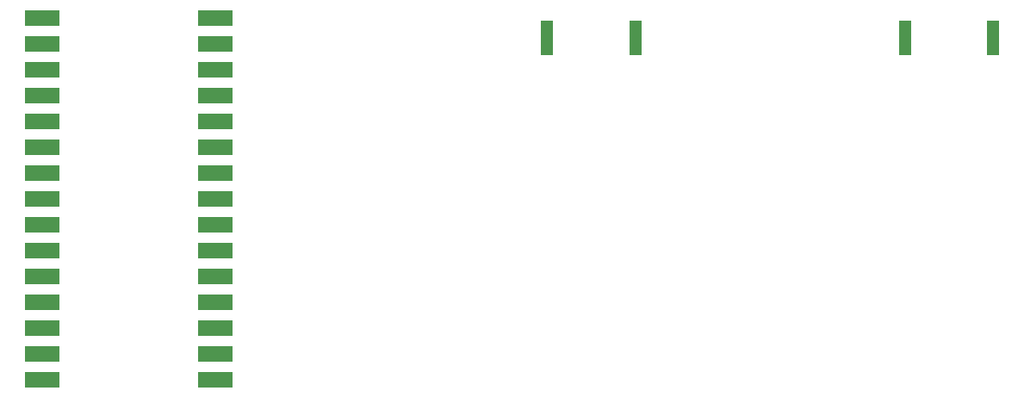
<source format=gbr>
%TF.GenerationSoftware,KiCad,Pcbnew,8.0.6*%
%TF.CreationDate,2025-02-06T10:41:55-08:00*%
%TF.ProjectId,Decorative PCB for Amaia,4465636f-7261-4746-9976-652050434220,V2*%
%TF.SameCoordinates,Original*%
%TF.FileFunction,Paste,Top*%
%TF.FilePolarity,Positive*%
%FSLAX46Y46*%
G04 Gerber Fmt 4.6, Leading zero omitted, Abs format (unit mm)*
G04 Created by KiCad (PCBNEW 8.0.6) date 2025-02-06 10:41:55*
%MOMM*%
%LPD*%
G01*
G04 APERTURE LIST*
%ADD10R,1.300000X3.400000*%
%ADD11R,3.500000X1.600000*%
G04 APERTURE END LIST*
D10*
%TO.C,Y2*%
X155850000Y-64500000D03*
X147150000Y-64500000D03*
%TD*%
D11*
%TO.C,A1*%
X114500000Y-98060000D03*
X114500000Y-95520000D03*
X114500000Y-92980000D03*
X114500000Y-90440000D03*
X114500000Y-87900000D03*
X114500000Y-85360000D03*
X114500000Y-82820000D03*
X114500000Y-80280000D03*
X114500000Y-77740000D03*
X114500000Y-75200000D03*
X114500000Y-72660000D03*
X114500000Y-70120000D03*
X114500000Y-67580000D03*
X114500000Y-65040000D03*
X114500000Y-62500000D03*
X97500000Y-62500000D03*
X97500000Y-65040000D03*
X97500000Y-67580000D03*
X97500000Y-70120000D03*
X97500000Y-72660000D03*
X97500000Y-75200000D03*
X97500000Y-77740000D03*
X97500000Y-80280000D03*
X97500000Y-82820000D03*
X97500000Y-85360000D03*
X97500000Y-87900000D03*
X97500000Y-90440000D03*
X97500000Y-92980000D03*
X97500000Y-95560000D03*
X97500000Y-98060000D03*
%TD*%
D10*
%TO.C,Y1*%
X191000000Y-64500000D03*
X182300000Y-64500000D03*
%TD*%
M02*

</source>
